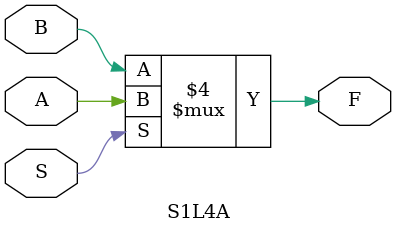
<source format=v>
module S1L4A(A,B,S,F);

	input A, B, S;
	output reg F;
	
	always @(A,B,S) begin
		if(S == 1) begin
			F = A;
		end
		else	begin
			F = B;
		end
	end
	
endmodule
	

</source>
